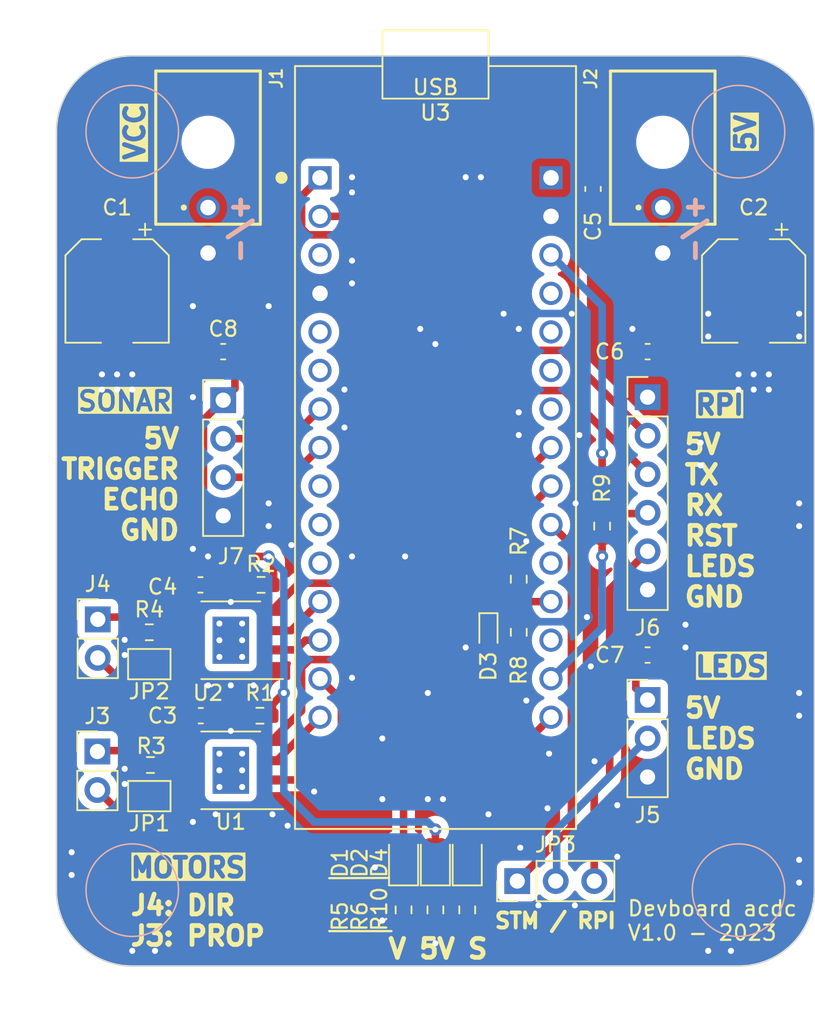
<source format=kicad_pcb>
(kicad_pcb (version 20221018) (generator pcbnew)
  (layers (0 "F.Cu" signal) (31 "B.Cu" signal) (34 "B.Paste" user) (35 "F.Paste" user) (36 "B.SilkS" user "B.Silkscreen") (37 "F.SilkS" user "F.Silkscreen") (38 "B.Mask" user) (39 "F.Mask" user) (44 "Edge.Cuts" user))
  (net 0 "")
  (net 1 "VCC")
  (net 2 "GND")
  (net 3 "+5V")
  (net 4 "/BATT")
  (net 5 "Net-(D2-K)")
  (net 6 "Net-(D4-K)")
  (net 7 "/STM_STATUS")
  (net 8 "/TX")
  (net 9 "/RX")
  (net 10 "/~{RST}")
  (net 11 "/LEDS_RPI")
  (net 12 "Net-(J4-Pin_1)")
  (net 13 "Net-(J4-Pin_2)")
  (net 14 "/LEDS")
  (net 15 "/TRIGGER")
  (net 16 "/ECHO")
  (net 17 "Net-(JP1-A)")
  (net 18 "Net-(JP2-A)")
  (net 19 "/LEDS_STM")
  (net 20 "/DIR_LIM")
  (net 21 "/PROP_LIM")
  (net 22 "/DIR_IN1")
  (net 23 "/DIR_IN2")
  (net 24 "/PROP_IN2")
  (net 25 "/PROP_IN1")
  (net 26 "+3.3V")
  (net 27 "Net-(D1-K)")
  (net 28 "Net-(J3-Pin_1)")
  (net 29 "Net-(J3-Pin_2)")
  (footprint "Capacitor_SMD:CP_Elec_6.3x7.7" (layer "F.Cu") (at 66 35.5 -90)
    (fp_text reference "C2" (at -5.5 0 -180) (layer "F.SilkS"))
    (fp_text value "100uF")
    (pad "1" smd roundrect (at -2.7 0 270) (size 3.5 1.6) (layers "F.Cu" "F.Paste" "F.Mask") (roundrect_rratio 0.15625) (net 3 "+5V"))
    (pad "2" smd roundrect (at 2.7 0 270) (size 3.5 1.6) (layers "F.Cu" "F.Paste" "F.Mask") (roundrect_rratio 0.15625) (net 2 "GND"))
  )
  (footprint "Resistor_SMD:R_0603_1608Metric" (layer "F.Cu") (at 26.125 58 180)
    (fp_text reference "R4" (at 0 1.5) (layer "F.SilkS"))
    (fp_text value "R")
    (pad "1" smd roundrect (at -0.825 0 180) (size 0.8 0.95) (layers "F.Cu" "F.Paste" "F.Mask") (net 18 "Net-(JP2-A)"))
    (pad "2" smd roundrect (at 0.825 0 180) (size 0.8 0.95) (layers "F.Cu" "F.Paste" "F.Mask") (net 2 "GND"))
  )
  (footprint "Capacitor_SMD:C_0603_1608Metric" (layer "F.Cu") (at 55.4 28.775 -90)
    (fp_text reference "C5" (at 2.475 0 90) (layer "F.SilkS"))
    (fp_text value "4.7uF")
    (pad "1" smd roundrect (at -0.775 0 270) (size 0.9 0.95) (layers "F.Cu" "F.Paste" "F.Mask") (net 3 "+5V"))
    (pad "2" smd roundrect (at 0.775 0 270) (size 0.9 0.95) (layers "F.Cu" "F.Paste" "F.Mask") (net 2 "GND"))
  )
  (footprint "Resistor_SMD:R_0603_1608Metric" (layer "F.Cu") (at 50.5 54.5 -90)
    (fp_text reference "R7" (at -2.5 0 90) (layer "F.SilkS"))
    (fp_text value "1k")
    (pad "1" smd roundrect (at -0.825 0 270) (size 0.8 0.95) (layers "F.Cu" "F.Paste" "F.Mask") (net 1 "VCC"))
    (pad "2" smd roundrect (at 0.825 0 270) (size 0.8 0.95) (layers "F.Cu" "F.Paste" "F.Mask") (net 4 "/BATT"))
  )
  (footprint "Connector_PinHeader_2.54mm:PinHeader_1x04_P2.54mm_Vertical" (layer "F.Cu") (at 31 42.7)
    (fp_text reference "J7" (at 0.5 10.3) (layer "F.SilkS"))
    (fp_text value "Sonar")
    (pad "1" thru_hole rect (at 0 0) (size 1.7 1.7) (drill 1) (layers "*.Cu" "*.Mask") (net 3 "+5V"))
    (pad "2" thru_hole oval (at 0 2.54) (size 1.7 1.7) (drill 1) (layers "*.Cu" "*.Mask") (net 15 "/TRIGGER"))
    (pad "3" thru_hole oval (at 0 5.08) (size 1.7 1.7) (drill 1) (layers "*.Cu" "*.Mask") (net 16 "/ECHO"))
    (pad "4" thru_hole oval (at 0 7.62) (size 1.7 1.7) (drill 1) (layers "*.Cu" "*.Mask") (net 2 "GND"))
  )
  (footprint "Resistor_SMD:R_0603_1608Metric" (layer "F.Cu") (at 33.425 63.5 180)
    (fp_text reference "R1" (at 0 1.5) (layer "F.SilkS"))
    (fp_text value "10k")
    (pad "1" smd roundrect (at -0.825 0 180) (size 0.8 0.95) (layers "F.Cu" "F.Paste" "F.Mask") (net 3 "+5V"))
    (pad "2" smd roundrect (at 0.825 0 180) (size 0.8 0.95) (layers "F.Cu" "F.Paste" "F.Mask") (net 21 "/PROP_LIM"))
  )
  (footprint "Resistor_SMD:R_0603_1608Metric" (layer "F.Cu") (at 47.1 76.3 -90)
    (fp_text reference "R10" (at 1.5 5.8 90) (layer "F.SilkS") (effects (justify left)))
    (fp_text value "510")
    (pad "1" smd roundrect (at -0.825 0 270) (size 0.8 0.95) (layers "F.Cu" "F.Paste" "F.Mask") (net 6 "Net-(D4-K)"))
    (pad "2" smd roundrect (at 0.825 0 270) (size 0.8 0.95) (layers "F.Cu" "F.Paste" "F.Mask") (net 2 "GND"))
  )
  (footprint "Resistor_SMD:R_0603_1608Metric" (layer "F.Cu") (at 45 76.3 -90)
    (fp_text reference "R6" (at 1.5 5 90) (layer "F.SilkS") (effects (justify left)))
    (fp_text value "1k")
    (pad "1" smd roundrect (at -0.825 0 270) (size 0.8 0.95) (layers "F.Cu" "F.Paste" "F.Mask") (net 5 "Net-(D2-K)"))
    (pad "2" smd roundrect (at 0.825 0 270) (size 0.8 0.95) (layers "F.Cu" "F.Paste" "F.Mask") (net 2 "GND"))
  )
  (footprint "Capacitor_SMD:C_0603_1608Metric" (layer "F.Cu") (at 31 39.5 180)
    (fp_text reference "C8" (at 0 1.5) (layer "F.SilkS"))
    (fp_text value "100nF")
    (pad "1" smd roundrect (at -0.775 0 180) (size 0.9 0.95) (layers "F.Cu" "F.Paste" "F.Mask") (net 3 "+5V"))
    (pad "2" smd roundrect (at 0.775 0 180) (size 0.9 0.95) (layers "F.Cu" "F.Paste" "F.Mask") (net 2 "GND"))
  )
  (footprint "Resistor_SMD:R_0603_1608Metric" (layer "F.Cu") (at 33.5 54.875 180)
    (fp_text reference "R2" (at 0 1.375) (layer "F.SilkS"))
    (fp_text value "10k")
    (pad "1" smd roundrect (at -0.825 0 180) (size 0.8 0.95) (layers "F.Cu" "F.Paste" "F.Mask") (net 3 "+5V"))
    (pad "2" smd roundrect (at 0.825 0 180) (size 0.8 0.95) (layers "F.Cu" "F.Paste" "F.Mask") (net 20 "/DIR_LIM"))
  )
  (footprint "Diode_SMD:D_SOD-523" (layer "F.Cu") (at 48.5 58 -90)
    (fp_text reference "D3" (at 2.25 0 90) (layer "F.SilkS"))
    (fp_text value "3.3V")
    (pad "1" smd roundrect (at -0.7 0 90) (size 0.6 0.7) (layers "F.Cu" "F.Paste" "F.Mask") (net 4 "/BATT"))
    (pad "2" smd roundrect (at 0.7 0 90) (size 0.6 0.7) (layers "F.Cu" "F.Paste" "F.Mask") (net 2 "GND"))
  )
  (footprint "Capacitor_SMD:C_0603_1608Metric" (layer "F.Cu") (at 29.525 63.5)
    (fp_text reference "C3" (at -2.525 0) (layer "F.SilkS"))
    (fp_text value "100nF")
    (pad "1" smd roundrect (at -0.775 0) (size 0.9 0.95) (layers "F.Cu" "F.Paste" "F.Mask") (net 1 "VCC"))
    (pad "2" smd roundrect (at 0.775 0) (size 0.9 0.95) (layers "F.Cu" "F.Paste" "F.Mask") (net 2 "GND"))
  )
  (footprint "Resistor_SMD:R_0603_1608Metric" (layer "F.Cu") (at 42.9 76.3 -90)
    (fp_text reference "R5" (at 1.5 4.2 90) (layer "F.SilkS") (effects (justify left)))
    (fp_text value "1k")
    (pad "1" smd roundrect (at -0.825 0 270) (size 0.8 0.95) (layers "F.Cu" "F.Paste" "F.Mask") (net 27 "Net-(D1-K)"))
    (pad "2" smd roundrect (at 0.825 0 270) (size 0.8 0.95) (layers "F.Cu" "F.Paste" "F.Mask") (net 2 "GND"))
  )
  (footprint "Connector_PinHeader_2.54mm:PinHeader_1x02_P2.54mm_Vertical" (layer "F.Cu") (at 22.7 65.86)
    (fp_text reference "J3" (at 0 -2.33) (layer "F.SilkS"))
    (fp_text value "Conn_01x02_Pin")
    (pad "1" thru_hole rect (at 0 0) (size 1.7 1.7) (drill 1) (layers "*.Cu" "*.Mask") (net 28 "Net-(J3-Pin_1)"))
    (pad "2" thru_hole oval (at 0 2.54) (size 1.7 1.7) (drill 1) (layers "*.Cu" "*.Mask") (net 29 "Net-(J3-Pin_2)"))
  )
  (footprint "Jumper:SolderJumper-2_P1.3mm_Open_TrianglePad1.0x1.5mm" (layer "F.Cu") (at 26.125 68.8 180)
    (fp_text reference "JP1" (at 0 -1.8) (layer "F.SilkS"))
    (fp_text value "Jumper_2_Open")
    (pad "1" smd custom (at -0.725 0 180) (size 0.3 0.3) (layers "F.Cu" "F.Mask") (net 17 "Net-(JP1-A)") (options (clearance outline) (anchor rect)) (primitives (gr_poly (pts (xy 1 0) (xy 0.5 0.75) (xy -0.5 0.75) (xy -0.5 -0.75) (xy 0.5 -0.75)) (width 0) (fill yes))))
    (pad "2" smd custom (at 0.725 0 180) (size 0.3 0.3) (layers "F.Cu" "F.Mask") (net 2 "GND") (options (clearance outline) (anchor rect)) (primitives (gr_poly (pts (xy 0.5 0.75) (xy -0.65 0.75) (xy -0.15 0) (xy -0.65 -0.75) (xy 0.5 -0.75)) (width 0) (fill yes))))
  )
  (footprint "Jumper:SolderJumper-2_P1.3mm_Open_TrianglePad1.0x1.5mm" (layer "F.Cu") (at 26.125 60.1 180)
    (fp_text reference "JP2" (at 0 -1.8) (layer "F.SilkS"))
    (fp_text value "Jumper_2_Open")
    (pad "1" smd custom (at -0.725 0 180) (size 0.3 0.3) (layers "F.Cu" "F.Mask") (net 18 "Net-(JP2-A)") (options (clearance outline) (anchor rect)) (primitives (gr_poly (pts (xy 1 0) (xy 0.5 0.75) (xy -0.5 0.75) (xy -0.5 -0.75) (xy 0.5 -0.75)) (width 0) (fill yes))))
    (pad "2" smd custom (at 0.725 0 180) (size 0.3 0.3) (layers "F.Cu" "F.Mask") (net 2 "GND") (options (clearance outline) (anchor rect)) (primitives (gr_poly (pts (xy 0.5 0.75) (xy -0.65 0.75) (xy -0.15 0) (xy -0.65 -0.75) (xy 0.5 -0.75)) (width 0) (fill yes))))
  )
  (footprint "LED_SMD:LED_0805_2012Metric" (layer "F.Cu") (at 42.9 73 90)
    (fp_text reference "D1" (at -0.2 -4.2 90) (layer "F.SilkS"))
    (fp_text value "RED")
    (pad "1" smd roundrect (at -0.9375 0 90) (size 0.975 1.4) (layers "F.Cu" "F.Paste" "F.Mask") (net 27 "Net-(D1-K)"))
    (pad "2" smd roundrect (at 0.9375 0 90) (size 0.975 1.4) (layers "F.Cu" "F.Paste" "F.Mask") (net 1 "VCC"))
  )
  (footprint "ConnectorsEvo:66200221022" (layer "F.Cu") (at 60 26.05 180)
    (fp_text reference "J2" (at 4.75 4.55 90) (layer "F.SilkS") (effects (font (size 0.8 0.8))))
    (fp_text value "5V")
    (pad "" np_thru_hole circle (at 0 0.35 180) (size 3 3) (drill 3) (layers "*.Cu" "*.Mask"))
    (pad "1" thru_hole circle (at 0 -3.95 180) (size 1.53 1.53) (drill 1.02) (layers "*.Cu" "*.Mask") (net 3 "+5V"))
    (pad "2" thru_hole circle (at 0 -6.95 180) (size 1.53 1.53) (drill 1.02) (layers "*.Cu" "*.Mask") (net 2 "GND"))
  )
  (footprint "ConnectorsEvo:66200221022" (layer "F.Cu") (at 30 26.05 180)
    (fp_text reference "J1" (at -4.5 4.575 90) (layer "F.SilkS") (effects (font (size 0.8 0.8))))
    (fp_text value "BATT")
    (pad "" np_thru_hole circle (at 0 0.35 180) (size 3 3) (drill 3) (layers "*.Cu" "*.Mask"))
    (pad "1" thru_hole circle (at 0 -3.95 180) (size 1.53 1.53) (drill 1.02) (layers "*.Cu" "*.Mask") (net 1 "VCC"))
    (pad "2" thru_hole circle (at 0 -6.95 180) (size 1.53 1.53) (drill 1.02) (layers "*.Cu" "*.Mask") (net 2 "GND"))
  )
  (footprint "Connector_PinHeader_2.54mm:PinHeader_1x02_P2.54mm_Vertical" (layer "F.Cu") (at 22.725 57.15)
    (fp_text reference "J4" (at 0 -2.33) (layer "F.SilkS"))
    (fp_text value "Conn_01x02_Pin")
    (pad "1" thru_hole rect (at 0 0) (size 1.7 1.7) (drill 1) (layers "*.Cu" "*.Mask") (net 12 "Net-(J4-Pin_1)"))
    (pad "2" thru_hole oval (at 0 2.54) (size 1.7 1.7) (drill 1) (layers "*.Cu" "*.Mask") (net 13 "Net-(J4-Pin_2)"))
  )
  (footprint "LED_SMD:LED_0805_2012Metric" (layer "F.Cu") (at 47.1 73 90)
    (fp_text reference "D4" (at -0.2 -5.8 90) (layer "F.SilkS"))
    (fp_text value "GREEN")
    (pad "1" smd roundrect (at -0.9375 0 90) (size 0.975 1.4) (layers "F.Cu" "F.Paste" "F.Mask") (net 6 "Net-(D4-K)"))
    (pad "2" smd roundrect (at 0.9375 0 90) (size 0.975 1.4) (layers "F.Cu" "F.Paste" "F.Mask") (net 7 "/STM_STATUS"))
  )
  (footprint "Capacitor_SMD:C_0603_1608Metric" (layer "F.Cu") (at 59 39.5 180)
    (fp_text reference "C6" (at 2.5 0) (layer "F.SilkS"))
    (fp_text value "4.7uF")
    (pad "1" smd roundrect (at -0.775 0 180) (size 0.9 0.95) (layers "F.Cu" "F.Paste" "F.Mask") (net 3 "+5V"))
    (pad "2" smd roundrect (at 0.775 0 180) (size 0.9 0.95) (layers "F.Cu" "F.Paste" "F.Mask") (net 2 "GND"))
  )
  (footprint "Connector_PinHeader_2.54mm:PinHeader_1x03_P2.54mm_Vertical" (layer "F.Cu") (at 59 62.46)
    (fp_text reference "J5" (at 0 7.59) (layer "F.SilkS"))
    (fp_text value "LEDs")
    (pad "1" thru_hole rect (at 0 0) (size 1.7 1.7) (drill 1) (layers "*.Cu" "*.Mask") (net 3 "+5V"))
    (pad "2" thru_hole oval (at 0 2.54) (size 1.7 1.7) (drill 1) (layers "*.Cu" "*.Mask") (net 14 "/LEDS"))
    (pad "3" thru_hole oval (at 0 5.08) (size 1.7 1.7) (drill 1) (layers "*.Cu" "*.Mask") (net 2 "GND"))
  )
  (footprint "Capacitor_SMD:CP_Elec_6.3x7.7" (layer "F.Cu") (at 24 35.5 -90)
    (fp_text reference "C1" (at -5.5 0 -180) (layer "F.SilkS"))
    (fp_text value "100uF")
    (pad "1" smd roundrect (at -2.7 0 270) (size 3.5 1.6) (layers "F.Cu" "F.Paste" "F.Mask") (roundrect_rratio 0.15625) (net 1 "VCC"))
    (pad "2" smd roundrect (at 2.7 0 270) (size 3.5 1.6) (layers "F.Cu" "F.Paste" "F.Mask") (roundrect_rratio 0.15625) (net 2 "GND"))
  )
  (footprint "ComponentsEvo:HSOP-8-1EP_3.9x4.9mm_P1.27mm_EP2.41x3.1mm_ThermalVias" (layer "F.Cu") (at 31.5 67.1 180)
    (fp_text reference "U1" (at 0 -3.4) (layer "F.SilkS"))
    (fp_text value "TB67H451FNG")
    (pad "1" smd roundrect (at -2.65 -1.905 180) (size 1.6 0.6) (layers "F.Cu" "F.Paste" "F.Mask") (net 2 "GND"))
    (pad "2" smd roundrect (at -2.65 -0.635 180) (size 1.6 0.6) (layers "F.Cu" "F.Paste" "F.Mask") (net 24 "/PROP_IN2"))
    (pad "3" smd roundrect (at -2.65 0.635 180) (size 1.6 0.6) (layers "F.Cu" "F.Paste" "F.Mask") (net 25 "/PROP_IN1"))
    (pad "4" smd roundrect (at -2.65 1.905 180) (size 1.6 0.6) (layers "F.Cu" "F.Paste" "F.Mask") (net 21 "/PROP_LIM"))
    (pad "5" smd roundrect (at 2.65 1.905 180) (size 1.6 0.6) (layers "F.Cu" "F.Paste" "F.Mask") (net 1 "VCC"))
    (pad "6" smd roundrect (at 2.65 0.635 180) (size 1.6 0.6) (layers "F.Cu" "F.Paste" "F.Mask") (net 28 "Net-(J3-Pin_1)"))
    (pad "7" smd roundrect (at 2.65 -0.635 180) (size 1.6 0.6) (layers "F.Cu" "F.Paste" "F.Mask") (net 17 "Net-(JP1-A)"))
    (pad "8" smd roundrect (at 2.65 -1.905 180) (size 1.6 0.6) (layers "F.Cu" "F.Paste" "F.Mask") (net 29 "Net-(J3-Pin_2)"))
    (pad "9" thru_hole circle (at -0.75 -1.1 180) (size 0.8 0.8) (drill 0.4) (layers "*.Cu"))
    (pad "9" thru_hole circle (at -0.75 0 180) (size 0.8 0.8) (drill 0.4) (layers "*.Cu"))
    (pad "9" thru_hole circle (at -0.75 1.1 180) (size 0.8 0.8) (drill 0.4) (layers "*.Cu"))
    (pad "9" smd rect (at 0 0 180) (size 2.41 3.1) (layers "F.Cu" "F.Mask"))
    (pad "9" smd rect (at 0 0 180) (size 2.41 3.1) (layers "B.Cu"))
    (pad "9" thru_hole circle (at 0.75 -1.1 180) (size 0.8 0.8) (drill 0.4) (layers "*.Cu"))
    (pad "9" thru_hole circle (at 0.75 0 180) (size 0.8 0.8) (drill 0.4) (layers "*.Cu"))
    (pad "9" thru_hole circle (at 0.75 1.1 180) (size 0.8 0.8) (drill 0.4) (layers "*.Cu"))
  )
  (footprint "Resistor_SMD:R_0603_1608Metric" (layer "F.Cu") (at 56 51 90)
    (fp_text reference "R9" (at 2.5 0 90) (layer "F.SilkS"))
    (fp_text value "10k")
    (pad "1" smd roundrect (at -0.825 0 90) (size 0.8 0.95) (layers "F.Cu" "F.Paste" "F.Mask") (net 26 "+3.3V"))
    (pad "2" smd roundrect (at 0.825 0 90) (size 0.8 0.95) (layers "F.Cu" "F.Paste" "F.Mask") (net 10 "/~{RST}"))
  )
  (footprint "Connector_PinHeader_2.54mm:PinHeader_1x06_P2.54mm_Vertical" (layer "F.Cu") (at 59 42.5)
    (fp_text reference "J6" (at 0 15.2) (layer "F.SilkS"))
    (fp_text value "RPI")
    (pad "1" thru_hole rect (at 0 0) (size 1.7 1.7) (drill 1) (layers "*.Cu" "*.Mask") (net 3 "+5V"))
    (pad "2" thru_hole oval (at 0 2.54) (size 1.7 1.7) (drill 1) (layers "*.Cu" "*.Mask") (net 9 "/RX"))
    (pad "3" thru_hole oval (at 0 5.08) (size 1.7 1.7) (drill 1) (layers "*.Cu" "*.Mask") (net 8 "/TX"))
    (pad "4" thru_hole oval (at 0 7.62) (size 1.7 1.7) (drill 1) (layers "*.Cu" "*.Mask") (net 10 "/~{RST}"))
    (pad "5" thru_hole oval (at 0 10.16) (size 1.7 1.7) (drill 1) (layers "*.Cu" "*.Mask") (net 11 "/LEDS_RPI"))
    (pad "6" thru_hole oval (at 0 12.7) (size 1.7 1.7) (drill 1) (layers "*.Cu" "*.Mask") (net 2 "GND"))
  )
  (footprint "LED_SMD:LED_0805_2012Metric" (layer "F.Cu") (at 45 73 90)
    (fp_text reference "D2" (at -0.2 -5 90) (layer "F.SilkS"))
    (fp_text value "RED")
    (pad "1" smd roundrect (at -0.9375 0 90) (size 0.975 1.4) (layers "F.Cu" "F.Paste" "F.Mask") (net 5 "Net-(D2-K)"))
    (pad "2" smd roundrect (at 0.9375 0 90) (size 0.975 1.4) (layers "F.Cu" "F.Paste" "F.Mask") (net 3 "+5V"))
  )
  (footprint "ComponentsEvo:logo-evo-min-cu" (layer "F.Cu") (at 63.6 71.6)
    (fp_text reference "G***" hide)
    (fp_text value "LOGO" hide)
  )
  (footprint "ComponentsEvo:HSOP-8-1EP_3.9x4.9mm_P1.27mm_EP2.41x3.1mm_ThermalVias" (layer "F.Cu") (at 31.5 58.525 180)
    (fp_text reference "U2" (at 1.5 -3.475) (layer "F.SilkS"))
    (fp_text value "TB67H451FNG")
    (pad "1" smd roundrect (at -2.65 -1.905 180) (size 1.6 0.6) (layers "F.Cu" "F.Paste" "F.Mask") (net 2 "GND"))
    (pad "2" smd roundrect (at -2.65 -0.635 180) (size 1.6 0.6) (layers "F.Cu" "F.Paste" "F.Mask") (net 23 "/DIR_IN2"))
    (pad "3" smd roundrect (at -2.65 0.635 180) (size 1.6 0.6) (layers "F.Cu" "F.Paste" "F.Mask") (net 22 "/DIR_IN1"))
    (pad "4" smd roundrect (at -2.65 1.905 180) (size 1.6 0.6) (layers "F.Cu" "F.Paste" "F.Mask") (net 20 "/DIR_LIM"))
    (pad "5" smd roundrect (at 2.65 1.905 180) (size 1.6 0.6) (layers "F.Cu" "F.Paste" "F.Mask") (net 1 "VCC"))
    (pad "6" smd roundrect (at 2.65 0.635 180) (size 1.6 0.6) (layers "F.Cu" "F.Paste" "F.Mask") (net 12 "Net-(J4-Pin_1)"))
    (pad "7" smd roundrect (at 2.65 -0.635 180) (size 1.6 0.6) (layers "F.Cu" "F.Paste" "F.Mask") (net 18 "Net-(JP2-A)"))
    (pad "8" smd roundrect (at 2.65 -1.905 180) (size 1.6 0.6) (layers "F.Cu" "F.Paste" "F.Mask") (net 13 "Net-(J4-Pin_2)"))
    (pad "9" thru_hole circle (at -0.75 -1.1 180) (size 0.8 0.8) (drill 0.4) (layers "*.Cu"))
    (pad "9" thru_hole circle (at -0.75 0 180) (size 0.8 0.8) (drill 0.4) (layers "*.Cu"))
    (pad "9" thru_hole circle (at -0.75 1.1 180) (size 0.8 0.8) (drill 0.4) (layers "*.Cu"))
    (pad "9" smd rect (at 0 0 180) (size 2.41 3.1) (layers "F.Cu" "F.Mask"))
    (pad "9" smd rect (at 0 0 180) (size 2.41 3.1) (layers "B.Cu"))
    (pad "9" thru_hole circle (at 0.75 -1.1 180) (size 0.8 0.8) (drill 0.4) (layers "*.Cu"))
    (pad "9" thru_hole circle (at 0.75 0 180) (size 0.8 0.8) (drill 0.4) (layers "*.Cu"))
    (pad "9" thru_hole circle (at 0.75 1.1 180) (size 0.8 0.8) (drill 0.4) (layers "*.Cu"))
  )
  (footprint "Resistor_SMD:R_0603_1608Metric" (layer "F.Cu") (at 26.2 66.75 180)
    (fp_text reference "R3" (at -0.05 1.25) (layer "F.SilkS"))
    (fp_text value "R")
    (pad "1" smd roundrect (at -0.825 0 180) (size 0.8 0.95) (layers "F.Cu" "F.Paste" "F.Mask") (net 17 "Net-(JP1-A)"))
    (pad "2" smd roundrect (at 0.825 0 180) (size 0.8 0.95) (layers "F.Cu" "F.Paste" "F.Mask") (net 2 "GND"))
  )
  (footprint "Resistor_SMD:R_0603_1608Metric" (layer "F.Cu") (at 50.5 58 -90)
    (fp_text reference "R8" (at 2.5 0 90) (layer "F.SilkS"))
    (fp_text value "510")
    (pad "1" smd roundrect (at -0.825 0 270) (size 0.8 0.95) (layers "F.Cu" "F.Paste" "F.Mask") (net 4 "/BATT"))
    (pad "2" smd roundrect (at 0.825 0 270) (size 0.8 0.95) (layers "F.Cu" "F.Paste" "F.Mask") (net 2 "GND"))
  )
  (footprint "ComponentsEvo:MODULE_NUCLEO-F303K8" (layer "F.Cu") (at 45.0075 45.82)
    (fp_text reference "U3" (at -0.0075 -22.07) (layer "F.SilkS"))
    (fp_text value "NUCLEO-F303K8")
    (fp_text user "USB" (at 0 -23.75) (layer "F.SilkS"))
    (pad "1.1" thru_hole rect (at -7.62 -17.78) (size 1.53 1.53) (drill 1.02) (layers "*.Cu" "*.Mask") (net 8 "/TX"))
    (pad "1.2" thru_hole circle (at -7.62 -15.24) (size 1.53 1.53) (drill 1.02) (layers "*.Cu" "*.Mask") (net 9 "/RX"))
    (pad "1.3" thru_hole circle (at -7.62 -12.7) (size 1.53 1.53) (drill 1.02) (layers "*.Cu" "*.Mask"))
    (pad "1.4" thru_hole circle (at -7.62 -10.16) (size 1.53 1.53) (drill 1.02) (layers "*.Cu" "*.Mask") (net 2 "GND"))
    (pad "1.5" thru_hole circle (at -7.62 -7.62) (size 1.53 1.53) (drill 1.02) (layers "*.Cu" "*.Mask"))
    (pad "1.6" thru_hole circle (at -7.62 -5.08) (size 1.53 1.53) (drill 1.02) (layers "*.Cu" "*.Mask"))
    (pad "1.7" thru_hole circle (at -7.62 -2.54) (size 1.53 1.53) (drill 1.02) (layers "*.Cu" "*.Mask") (net 15 "/TRIGGER"))
    (pad "1.8" thru_hole circle (at -7.62 0) (size 1.53 1.53) (drill 1.02) (layers "*.Cu" "*.Mask") (net 16 "/ECHO"))
    (pad "1.9" thru_hole circle (at -7.62 2.54) (size 1.53 1.53) (drill 1.02) (layers "*.Cu" "*.Mask"))
    (pad "1.10" thru_hole circle (at -7.62 5.08) (size 1.53 1.53) (drill 1.02) (layers "*.Cu" "*.Mask"))
    (pad "1.11" thru_hole circle (at -7.62 7.62) (size 1.53 1.53) (drill 1.02) (layers "*.Cu" "*.Mask"))
    (pad "1.12" thru_hole circle (at -7.62 10.16) (size 1.53 1.53) (drill 1.02) (layers "*.Cu" "*.Mask") (net 22 "/DIR_IN1"))
    (pad "1.13" thru_hole circle (at -7.62 12.7) (size 1.53 1.53) (drill 1.02) (layers "*.Cu" "*.Mask") (net 23 "/DIR_IN2"))
    (pad "1.14" thru_hole circle (at -7.62 15.24) (size 1.53 1.53) (drill 1.02) (layers "*.Cu" "*.Mask") (net 24 "/PROP_IN2"))
    (pad "1.15" thru_hole circle (at -7.62 17.78) (size 1.53 1.53) (drill 1.02) (layers "*.Cu" "*.Mask") (net 25 "/PROP_IN1"))
    (pad "2.1" thru_hole rect (at 7.62 -17.78) (size 1.53 1.53) (drill 1.02) (layers "*.Cu" "*.Mask") (net 3 "+5V"))
    (pad "2.2" thru_hole circle (at 7.62 -15.24) (size 1.53 1.53) (drill 1.02) (layers "*.Cu" "*.Mask") (net 2 "GND"))
    (pad "2.3" thru_hole circle (at 7.62 -12.7) (size 1.53 1.53) (drill 1.02) (layers "*.Cu" "*.Mask") (net 10 "/~{RST}"))
    (pad "2.4" thru_hole circle (at 7.62 -10.16) (size 1.53 1.53) (drill 1.02) (layers "*.Cu" "*.Mask"))
    (pad "2.5" thru_hole circle (at 7.62 -7.62) (size 1.53 1.53) (drill 1.02) (layers "*.Cu" "*.Mask"))
    (pad "2.6" thru_hole circle (at 7.62 -5.08) (size 1.53 1.53) (drill 1.02) (layers "*.Cu" "*.Mask"))
    (pad "2.7" thru_hole circle (at 7.62 -2.54) (size 1.53 1.53) (drill 1.02) (layers "*.Cu" "*.Mask"))
    (pad "2.8" thru_hole circle (at 7.62 0) (size 1.53 1.53) (drill 1.02) (layers "*.Cu" "*.Mask") (net 20 "/DIR_LIM"))
    (pad "2.9" thru_hole circle (at 7.62 2.54) (size 1.53 1.53) (drill 1.02) (layers "*.Cu" "*.Mask") (net 21 "/PROP_LIM"))
    (pad "2.10" thru_hole circle (at 7.62 5.08) (size 1.53 1.53) (drill 1.02) (layers "*.Cu" "*.Mask") (net 19 "/LEDS_STM"))
    (pad "2.11" thru_hole circle (at 7.62 7.62) (size 1.53 1.53) (drill 1.02) (layers "*.Cu" "*.Mask"))
    (pad "2.12" thru_hole circle (at 7.62 10.16) (size 1.53 1.53) (drill 1.02) (layers "*.Cu" "*.Mask") (net 4 "/BATT"))
    (pad "2.13" thru_hole circle (at 7.62 12.7) (size 1.53 1.53) (drill 1.02) (layers "*.Cu" "*.Mask"))
    (pad "2.14" thru_hole circle (at 7.62 15.24) (size 1.53 1.53) (drill 1.02) (layers "*.Cu" "*.Mask") (net 26 "+3.3V"))
    (pad "2.15" thru_hole circle (at 7.62 17.78) (size 1.53 1.53) (drill 1.02) (layers "*.Cu" "*.Mask") (net 7 "/STM_STATUS"))
  )
  (footprint "Capacitor_SMD:C_0603_1608Metric" (layer "F.Cu") (at 59 59.5)
    (fp_text reference "C7" (at -2.5 0) (layer "F.SilkS"))
    (fp_text value "100nF")
    (pad "1" smd roundrect (at -0.775 0) (size 0.9 0.95) (layers "F.Cu" "F.Paste" "F.Mask") (net 3 "+5V"))
    (pad "2" smd roundrect (at 0.775 0) (size 0.9 0.95) (layers "F.Cu" "F.Paste" "F.Mask") (net 2 "GND"))
  )
  (footprint "Connector_PinHeader_2.54mm:PinHeader_1x03_P2.54mm_Vertical" (layer "F.Cu") (at 50.4 74.4 90)
    (fp_text reference "JP3" (at 2.4 2.525 180) (layer "F.SilkS"))
    (fp_text value "Jumper_3_Bridged12")
    (pad "1" thru_hole rect (at 0 0 90) (size 1.7 1.7) (drill 1) (layers "*.Cu" "*.Mask") (net 19 "/LEDS_STM"))
    (pad "2" thru_hole oval (at 0 2.54 90) (size 1.7 1.7) (drill 1) (layers "*.Cu" "*.Mask") (net 14 "/LEDS"))
    (pad "3" thru_hole oval (at 0 5.08 90) (size 1.7 1.7) (drill 1) (layers "*.Cu" "*.Mask") (net 11 "/LEDS_RPI"))
  )
  (footprint "Capacitor_SMD:C_0603_1608Metric" (layer "F.Cu") (at 29.5 54.875)
    (fp_text reference "C4" (at -2.5 0.125) (layer "F.SilkS"))
    (fp_text value "100nF")
    (pad "1" smd roundrect (at -0.775 0) (size 0.9 0.95) (layers "F.Cu" "F.Paste" "F.Mask") (net 1 "VCC"))
    (pad "2" smd roundrect (at 0.775 0) (size 0.9 0.95) (layers "F.Cu" "F.Paste" "F.Mask") (net 2 "GND"))
  )
  (footprint "ComponentsEvo:Silicon Pad 6x2mm" (layer "B.Cu") (at 65 75 180)
    (fp_text reference "P4" hide)
    (fp_text value "SiliconPad")
  )
  (footprint "ComponentsEvo:Silicon Pad 6x2mm" (layer "B.Cu") (at 25 75 180)
    (fp_text reference "P2" hide)
    (fp_text value "SiliconPad")
  )
  (footprint "ComponentsEvo:Silicon Pad 6x2mm" (layer "B.Cu") (at 25 25 180)
    (fp_text reference "P1" hide)
    (fp_text value "SiliconPad")
  )
  (footprint "ComponentsEvo:Silicon Pad 6x2mm" (layer "B.Cu") (at 65 25 180)
    (fp_text reference "P3" hide)
    (fp_text value "SiliconPad")
  )
  (gr_line (start 38 77.7) (end 42.1 77.7) (stroke (width 0.15)) (layer "F.SilkS"))
  (gr_line (start 41.94 74.1925) (end 38 74.2075) (stroke (width 0.15)) (layer "F.SilkS"))
  (gr_arc (start 20 25) (mid 21.464466 21.464466) (end 25 20) (stroke (width 0.1)) (layer "Edge.Cuts"))
  (gr_line (start 70 75) (end 70 25) (stroke (width 0.1)) (layer "Edge.Cuts"))
  (gr_arc (start 70 75) (mid 68.535534 78.535534) (end 65 80) (stroke (width 0.1)) (layer "Edge.Cuts"))
  (gr_arc (start 65 20) (mid 68.535534 21.464466) (end 70 25) (stroke (width 0.1)) (layer "Edge.Cuts"))
  (gr_line (start 20 25) (end 20 75) (stroke (width 0.1)) (layer "Edge.Cuts"))
  (gr_arc (start 25 80) (mid 21.464466 78.535534) (end 20 75) (stroke (width 0.1)) (layer "Edge.Cuts"))
  (gr_line (start 25 80) (end 65 80) (stroke (width 0.1)) (layer "Edge.Cuts"))
  (gr_line (start 65 20) (end 25 20) (stroke (width 0.1)) (layer "Edge.Cuts"))
  (gr_text "+/-" (at 32.8 29 90) (layer "B.SilkS") (effects (font (size 1.25 1.25) (thickness 0.3125) bold) (justify left bottom mirror)))
  (gr_text "+/-" (at 62.8 29 90) (layer "B.SilkS") (effects (font (size 1.25 1.25) (thickness 0.3125) bold) (justify left bottom mirror)))
  (gr_text "STM / RPI" (at 48.8 77.6) (layer "F.SilkS") (effects (font (size 1 1) (thickness 0.25) bold) (justify left bottom)))
  (gr_text "5V" (at 66.2 26.4 90) (layer "F.SilkS" knockout) (effects (font (size 1.25 1.25) (thickness 0.3125) bold) (justify left bottom)))
  (gr_text "Devboard acdc\nV1.0 - 2023" (at 57.6 78.4) (layer "F.SilkS") (effects (font (size 1 1)) (justify left bottom)))
  (gr_text "J4: DIR\nJ3: PROP" (at 24.75 78.75) (layer "F.SilkS") (effects (font (size 1.25 1.25) (thickness 0.3125) bold) (justify left bottom)))
  (gr_text "LEDS" (at 62 61) (layer "F.SilkS" knockout) (effects (font (size 1.25 1.25) (thickness 0.3125) bold) (justify left bottom)))
  (gr_text "SONAR" (at 27.75 43.5) (layer "F.SilkS" knockout) (effects (font (size 1.25 1.25) (thickness 0.25) bold) (justify right bottom)))
  (gr_text "V 5V S" (at 41.75 79.6) (layer "F.SilkS") (effects (font (size 1.25 1.25) (thickness 0.3125) bold) (justify left bottom)))
  (gr_text "5V\nLEDS\nGND" (at 61.3 67.75) (layer "F.SilkS") (effects (font (size 1.25 1.25) (thickness 0.3125) bold) (justify left bottom)))
  (gr_text "MOTORS" (at 24.75 74.25) (layer "F.SilkS" knockout) (effects (font (size 1.25 1.25) (thickness 0.3125) bold) (justify left bottom)))
  (gr_text "RPI" (at 62 43.75) (layer "F.SilkS" knockout) (effects (font (size 1.25 1.25) (thickness 0.3125) bold) (justify left bottom)))
  (gr_text "\n5V\nTX\nRX\nRST\nLEDS\nGND" (at 61.3 56.4) (layer "F.SilkS") (effects (font (size 1.25 1.25) (thickness 0.3125) bold) (justify left bottom)))
  (gr_text "5V\nTRIGGER\nECHO\nGND" (at 28.25 52) (layer "F.SilkS") (effects (font (size 1.25 1.25) (thickness 0.3125) bold) (justify right bottom)))
  (gr_text "VCC" (at 25.9 27 90) (layer "F.SilkS" knockout) (effects (font (size 1.25 1.25) (thickness 0.3125) bold) (justify left bottom)))
  (segment (start 21 70.2) (end 21 64.6) (width 0.5) (layer "F.Cu") (net 1))
  (segment (start 42.9 61.275) (end 42.9 72.0625) (width 0.5) (layer "F.Cu") (net 1))
  (segment (start 22.8625 72.0625) (end 21 70.2) (width 0.5) (layer "F.Cu") (net 1))
  (segment (start 50.5 53.675) (end 42.9 61.275) (width 0.5) (layer "F.Cu") (net 1))
  (segment (start 42.9 72.0625) (end 22.8625 72.0625) (width 0.5) (layer "F.Cu") (net 1))
  (segment (start 21 64.6) (end 22.1 63.5) (width 0.5) (layer "F.Cu") (net 1))
  (segment (start 22.1 63.5) (end 28.75 63.5) (width 0.5) (layer "F.Cu") (net 1))
  (segment (start 58 38) (end 58 39.275) (width 0.5) (layer "F.Cu") (net 2))
  (segment (start 58 39.275) (end 58.225 39.5) (width 0.5) (layer "F.Cu") (net 2))
  (via (at 39.5 35) (size 0.8) (drill 0.4) (layers "F.Cu" "B.Cu") (net 2))
  (via (at 64.5 79) (size 0.8) (drill 0.4) (layers "F.Cu" "B.Cu") (net 2))
  (via (at 54.25 49.5) (size 0.8) (drill 0.4) (layers "F.Cu" "B.Cu") (net 2))
  (via (at 31.5 56) (size 0.8) (drill 0.4) (layers "F.Cu" "B.Cu") (net 2))
  (via (at 50.6 72.2) (size 0.8) (drill 0.4) (layers "F.Cu" "B.Cu") (net 2))
  (via (at 66 41) (size 0.8) (drill 0.4) (layers "F.Cu" "B.Cu") (net 2))
  (via (at 47 59) (size 0.8) (drill 0.4) (layers "F.Cu" "B.Cu") (net 2))
  (via (at 29 52.5) (size 0.8) (drill 0.4) (layers "F.Cu" "B.Cu") (net 2))
  (via (at 24.5 58.5) (size 0.8) (drill 0.4) (layers "F.Cu" "B.Cu") (net 2))
  (via (at 39.5 53) (size 0.8) (drill 0.4) (layers "F.Cu" "B.Cu") (net 2))
  (via (at 29 42.5) (size 0.8) (drill 0.4) (layers "F.Cu" "B.Cu") (net 2))
  (via (at 39.5 33.5) (size 0.8) (drill 0.4) (layers "F.Cu" "B.Cu") (net 2))
  (via (at 51 62.5) (size 0.8) (drill 0.4) (layers "F.Cu" "B.Cu") (net 2))
  (via (at 34 51) (size 0.8) (drill 0.4) (layers "F.Cu" "B.Cu") (net 2))
  (via (at 23 42) (size 0.8) (drill 0.4) (layers "F.Cu" "B.Cu") (net 2))
  (via (at 24.5 68) (size 0.8) (drill 0.4) (layers "F.Cu" "B.Cu") (net 2))
  (via (at 34.25 70) (size 0.8) (drill 0.4) (layers "F.Cu" "B.Cu") (net 2))
  (via (at 50.5 45) (size 0.8) (drill 0.4) (layers "F.Cu" "B.Cu") (net 2))
  (via (at 69 51) (size 0.8) (drill 0.4) (layers "F.Cu" "B.Cu") (net 2))
  (via (at 24.5 67) (size 0.8) (drill 0.4) (layers "F.Cu" "B.Cu") (net 2))
  (via (at 48 28) (size 0.8) (drill 0.4) (layers "F.Cu" "B.Cu") (net 2))
  (via (at 30 61.5) (size 0.8) (drill 0.4) (layers "F.Cu" "B.Cu") (net 2))
  (via (at 34 49.5) (size 0.8) (drill 0.4) (layers "F.Cu" "B.Cu") (net 2))
  (via (at 61.5 57.5) (size 0.8) (drill 0.4) (layers "F.Cu" "B.Cu") (net 2))
  (via (at 35.5 52.25) (size 0.8) (drill 0.4) (layers "F.Cu" "B.Cu") (net 2))
  (via (at 55 57) (size 0.8) (drill 0.4) (layers "F.Cu" "B.Cu") (net 2))
  (via (at 44.5 62) (size 0.8) (drill 0.4) (layers "F.Cu" "B.Cu") (net 2))
  (via (at 44 38) (size 0.8) (drill 0.4) (layers "F.Cu" "B.Cu") (net 2))
  (via (at 44.5 69) (size 0.8) (drill 0.4) (layers "F.Cu" "B.Cu") (net 2))
  (via (at 50.5 43.5) (size 0.8) (drill 0.4) (layers "F.Cu" "B.Cu") (net 2))
  (via (at 39.5 28) (size 0.8) (drill 0.4) (layers "F.Cu" "B.Cu") (net 2))
  (via (at 54.2 76) (size 0.8) (drill 0.4) (layers "F.Cu" "B.Cu") (net 2))
  (via (at 62.5 47) (size 0.8) (drill 0.4) (layers "F.Cu" "B.Cu") (net 2))
  (via (at 24 41) (size 0.8) (drill 0.4) (layers "F.Cu" "B.Cu") (net 2))
  (via (at 25 79) (size 0.8) (drill 0.4) (layers "F.Cu" "B.Cu") (net 2))
  (via (at 30.5 70) (size 0.8) (drill 0.4) (layers "F.Cu" "B.Cu") (net 2))
  (via (at 51.8 76) (size 0.8) (drill 0.4) (layers "F.Cu" "B.Cu") (net 2))
  (via (at 24 42) (size 0.8) (drill 0.4) (layers "F.Cu" "B.Cu") (net 2))
  (via (at 29 70.5) (size 0.8) (drill 0.4) (layers "F.Cu" "B.Cu") (net 2))
  (via (at 26.5 79) (size 0.8) (drill 0.4) (layers "F.Cu" "B.Cu") (net 2))
  (via (at 63 37) (size 0.8) (drill 0.4) (layers "F.Cu" "B.Cu") (net 2))
  (via (at 25 42) (size 0.8) (drill 0.4) (layers "F.Cu" "B.Cu") (net 2))
  (via (at 66 42) (size 0.8) (drill 0.4) (layers "F.Cu" "B.Cu") (net 2))
  (via (at 29 36.5) (size 0.8) (drill 0.4) (layers "F.Cu" "B.Cu") (net 2))
  (via (at 51 52) (size 0.8) (drill 0.4) (layers "F.Cu" "B.Cu") (net 2))
  (via (at 31.5 64.5) (size 0.8) (drill 0.4) (layers "F.Cu" "B.Cu") (net 2))
  (via (at 69 63.5) (size 0.8) (drill 0.4) (layers "F.Cu" "B.Cu") (net 2))
  (via (at 52.4 69.6) (size 0.8) (drill 0.4) (layers "F.Cu" "B.Cu") (net 2))
  (via (at 69 74.5) (size 0.8) (drill 0.4) (layers "F.Cu" "B.Cu") (net 2))
  (via (at 33 61.5) (size 0.8) (drill 0.4) (layers "F.Cu" "B.Cu") (net 2))
  (via (at 45 78.5) (size 0.8) (drill 0.4) (layers "F.Cu" "B.Cu") (net 2))
  (via (at 50.5 38) (size 0.8) (drill 0.4) (layers "F.Cu" "B.Cu") (net 2))
  (via (at 37 68.5) (size 0.8) (drill 0.4) (layers "F.Cu" "B.Cu") (net 2))
  (via (at 41.5 69) (size 0.8) (drill 0.4) (layers "F.Cu" "B.Cu") (net 2))
  (via (at 21 74) (size 0.8) (drill 0.4) (layers "F.Cu" "B.Cu") (net 2))
  (via (at 69 73) (size 0.8) (drill 0.4) (layers "F.Cu" "B.Cu") (net 2))
  (via (at 49.5 37) (size 0.8) (drill 0.4) (layers "F.Cu" "B.Cu") (net 2))
  (via (at 41.5 77) (size 0.8) (drill 0.4) (layers "F.Cu" "B.Cu") (net 2))
  (via (at 43 53) (size 0.8) (drill 0.4) (layers "F.Cu" "B.Cu") (net 2))
  (via (at 67 41) (size 0.8) (drill 0.4) (layers "F.Cu" "B.Cu") (net 2))
  (via (at 65 41) (size 0.8) (drill 0.4) (layers "F.Cu" "B.Cu") (net 2))
  (via (at 69 49.5) (size 0.8) (drill 0.4) (layers "F.Cu" "B.Cu") (net 2))
  (via (at 35.25 70.75) (size 0.8) (drill 0.4) (layers "F.Cu" "B.Cu") (net 2))
  (via (at 69 38.5) (size 0.8) (drill 0.4) (layers "F.Cu" "B.Cu") (net 2))
  (via (at 47 28) (size 0.8) (drill 0.4) (layers "F.Cu" "B.Cu") (net 2))
  (via (at 63 38.5) (size 0.8) (drill 0.4) (layers "F.Cu" "B.Cu") (net 2))
  (via (at 23 41) (size 0.8) (drill 0.4) (layers "F.Cu" "B.Cu") (net 2))
  (via (at 31.5 61.5) (size 0.8) (drill 0.4) (layers "F.Cu" "B.Cu") (net 2))
  (via (at 55.25 60.25) (size 0.8) (drill 0.4) (layers "F.Cu" "B.Cu") (net 2))
  (via (at 41 73.5) (size 0.8) (drill 0.4) (layers "F.Cu" "B.Cu") (net 2))
  (via (at 52.5 66) (size 0.8) (drill 0.4) (layers "F.Cu" "B.Cu") (net 2))
  (via (at 45.5 69) (size 0.8) (drill 0.4) (layers "F.Cu" "B.Cu") (net 2))
  (via (at 34 36.5) (size 0.8) (drill 0.4) (layers "F.Cu" "B.Cu") (net 2))
  (via (at 61.5 59) (size 0.8) (drill 0.4) (layers "F.Cu" "B.Cu") (net 2))
  (via (at 39.5 29) (size 0.8) (drill 0.4) (layers "F.Cu" "B.Cu") (net 2))
  (via (at 39.5 61) (size 0.8) (drill 0.4) (layers "F.Cu" "B.Cu") (net 2))
  (via (at 48.5 70) (size 0.8) (drill 0.4) (layers "F.Cu" "B.Cu") (net 2))
  (via (at 63 79) (size 0.8) (drill 0.4) (layers "F.Cu" "B.Cu") (net 2))
  (via (at 62.5 45.5) (size 0.8) (drill 0.4) (layers "F.Cu" "B.Cu") (net 2))
  (via (at 57 69.4) (size 0.8) (drill 0.4) (layers "F.Cu" "B.Cu") (net 2))
  (via (at 54 37) (size 0.8) (drill 0.4) (layers "F.Cu" "B.Cu") (net 2))
  (via (at 25 41) (size 0.8) (drill 0.4) (layers "F.Cu" "B.Cu") (net 2))
  (via (at 39 44.5) (size 0.8) (drill 0.4) (layers "F.Cu" "B.Cu") (net 2))
  (via (at 41.5 65) (size 0.8) (drill 0.4) (layers "F.Cu" "B.Cu") (net 2))
  (via (at 57 72.8) (size 0.8) (drill 0.4) (layers "F.Cu" "B.Cu") (net 2))
  (via (at 30 53) (size 0.8) (drill 0.4) (layers "F.Cu" "B.Cu") (net 2))
  (via (at 39 42) (size 0.8) (drill 0.4) (layers "F.Cu" "B.Cu") (net 2))
  (via (at 21 72.5) (size 0.8) (drill 0.4) (layers "F.Cu" "B.Cu") (net 2))
  (via (at 67 42) (size 0.8) (drill 0.4) (layers "F.Cu" "B.Cu") (net 2))
  (via (at 54.5 45) (size 0.8) (drill 0.4) (layers "F.Cu" "B.Cu") (net 2))
  (via (at 24.5 59.5) (size 0.8) (drill 0.4) (layers "F.Cu" "B.Cu") (net 2))
  (via (at 45 39) (size 0.8) (drill 0.4) (layers "F.Cu" "B.Cu") (net 2))
  (via (at 58 38) (size 0.8) (drill 0.4) (layers "F.Cu" "B.Cu") (net 2))
  (via (at 55.5 66.5) (size 0.8) (drill 0.4) (layers "F.Cu" "B.Cu") (net 2))
  (via (at 65 42) (size 0.8) (drill 0.4) (layers "F.Cu" "B.Cu") (net 2))
  (via (at 69 37) (size 0.8) (drill 0.4) (layers "F.Cu" "B.Cu") (net 2))
  (via (at 69 62) (size 0.8) (drill 0.4) (layers "F.Cu" "B.Cu") (net 2))
  (segment (start 53.985 36.985) (end 54 37) (width 0.5) (layer "B.Cu") (net 2))
  (segment (start 47 59) (end 48.695 57.305) (width 0.5) (layer "B.Cu") (net 2))
  (segment (start 50.5 38) (end 51.515 36.985) (width 0.5) (layer "B.Cu") (net 2))
  (segment (start 48.695 57.305) (end 54.695 57.305) (width 0.5) (layer "B.Cu") (net 2))
  (segment (start 51.515 36.985) (end 53.985 36.985) (width 0.5) (layer "B.Cu") (net 2))
  (segment (start 54.695 57.305) (end 55 57) (width 0.5) (layer "B.Cu") (net 2))
  (segment (start 60.675 44.175) (end 60.675 56.325) (width 0.5) (layer "F.Cu") (net 3))
  (segment (start 52.6675 28) (end 52.6275 28.04) (width 1) (layer "F.Cu") (net 3))
  (segment (start 34 53) (end 34.325 53.325) (width 0.5) (layer "F.Cu") (net 3))
  (segment (start 34.325 53.325) (end 34.325 54.875) (width 0.5) (layer "F.Cu") (net 3))
  (segment (start 34.25 63.5) (end 34.25 62.75) (width 0.5) (layer "F.Cu") (net 3))
  (segment (start 31.775 39.5) (end 33.5 39.5) (width 0.5) (layer "F.Cu") (net 3))
  (segment (start 60.675 56.325) (end 58.225 58.775) (width 0.5) (layer "F.Cu") (net 3))
  (segment (start 35.4725 37.4725) (end 35.4725 27.0275) (width 0.5) (layer "F.Cu") (net 3))
  (segment (start 59 42.5) (end 60.675 44.175) (width 0.5) (layer "F.Cu") (net 3))
  (segment (start 31.775 41.925) (end 31 42.7) (width 0.5) (layer "F.Cu") (net 3))
  (segment (start 29.7 50.858478) (end 31.841522 53) (width 0.5) (layer "F.Cu") (net 3))
  (segment (start 58.225 58.775) (end 58.225 59.5) (width 0.5) (layer "F.Cu") (net 3))
  (segment (start 33.5 39.5) (end 35.5 37.5) (width 0.5) (layer "F.Cu") (net 3))
  (segment (start 36 26.5) (end 51.0875 26.5) (width 0.5) (layer "F.Cu") (net 3))
  (segment (start 34.25 62.75) (end 35 62) (width 0.5) (layer "F.Cu") (net 3))
  (segment (start 51.0875 26.5) (end 52.6275 28.04) (width 0.5) (layer "F.Cu") (net 3))
  (segment (start 35.4725 27.0275) (end 36 26.5) (width 0.5) (layer "F.Cu") (net 3))
  (segment (start 29.7 44) (end 29.7 50.858478) (width 0.5) (layer "F.Cu") (net 3))
  (segment (start 35.5 37.5) (end 35.4725 37.4725) (width 0.5) (layer "F.Cu") (net 3))
  (segment (start 58.225 59.5) (end 58.225 61.685) (width 0.5) (layer "F.Cu") (net 3))
  (segment (start 45 71) (end 45 72.0625) (width 0.5) (layer "F.Cu") (net 3))
  (segment (start 31.841522 53) (end 34 53) (width 0.5) (layer "F.Cu") (net 3))
  (segment (start 31.775 39.5) (end 31.775 41.925) (width 0.5) (layer "F.Cu") (net 3))
  (segment (start 58.225 61.685) (end 59 62.46) (width 0.5) (layer "F.Cu") (net 3))
  (segment (start 31 42.7) (end 29.7 44) (width 0.5) (layer "F.Cu") (net 3))
  (via (at 35 62) (size 0.8) (drill 0.4) (layers "F.Cu" "B.Cu") (net 3))
  (via (at 34 53) (size 0.8) (drill 0.4) (layers "F.Cu" "B.Cu") (net 3))
  (via (at 45 71) (size 0.8) (drill 0.4) (layers "F.Cu" "B.Cu") (net 3))
  (segment (start 35 62) (end 35 62.93077) (width 0.5) (layer "B.Cu") (net 3))
  (segment (start 35 62) (end 35 54) (width 0.5) (layer "B.Cu") (net 3))
  (segment (start 35 62.93077) (end 35 68.5) (width 0.5) (layer "B.Cu") (net 3))
  (segment (start 35 54) (end 34 53) (width 0.5) (layer "B.Cu") (net 3))
  (segment (start 35 68.5) (end 37 70.5) (width 0.5) (layer "B.Cu") (net 3))
  (segment (start 37 70.5) (end 44.5 70.5) (width 0.5) (layer "B.Cu") (net 3))
  (segment (start 44.5 70.5) (end 45 71) (width 0.5) (layer "B.Cu") (net 3))
  (segment (start 48.5 57.3) (end 50.375 57.3) (width 0.5) (layer "F.Cu") (net 4))
  (segment (start 50.5 55.325) (end 50.5 56) (width 0.5) (layer "F.Cu") (net 4))
  (segment (start 50.375 57.3) (end 50.5 57.175) (width 0.5) (layer "F.Cu") (net 4))
  (segment (start 50.52 55.98) (end 52.6275 55.98) (width 0.5) (layer "F.Cu") (net 4))
  (segment (start 50.5 56) (end 50.5 57.175) (width 0.5) (layer "F.Cu") (net 4))
  (segment (start 50.5 56) (end 50.52 55.98) (width 0.5) (layer "F.Cu") (net 4))
  (segment (start 45 73.9375) (end 45 75.475) (width 0.5) (layer "F.Cu") (net 5))
  (segment (start 47.1 73.9375) (end 47.1 75.475) (width 0.5) (layer "F.Cu") (net 6))
  (segment (start 47.1 69.1275) (end 52.6275 63.6) (width 0.5) (layer "F.Cu") (net 7))
  (segment (start 47.1 72.0625) (end 47.1 69.1275) (width 0.5) (layer "F.Cu") (net 7))
  (segment (start 50.265 42.065) (end 53.485 42.065) (width 0.5) (layer "F.Cu") (net 8))
  (segment (start 36.6 31.8) (end 40 31.8) (width 0.5) (layer "F.Cu") (net 8))
  (segment (start 36.1725 31.3725) (end 36.6 31.8) (width 0.5) (layer "F.Cu") (net 8))
  (segment (start 53.485 42.065) (end 59 47.58) (width 0.5) (layer "F.Cu") (net 8))
  (segment (start 36.1725 29.255) (end 36.1725 31.3725) (width 0.5) (layer "F.Cu") (net 8))
  (segment (start 40 31.8) (end 50.265 42.065) (width 0.5) (layer "F.Cu") (net 8))
  (segment (start 37.3875 28.04) (end 36.1725 29.255) (width 0.5) (layer "F.Cu") (net 8))
  (segment (start 40.78 30.58) (end 37.3875 30.58) (width 0.5) (layer "F.Cu") (net 9))
  (segment (start 49.615 39.415) (end 40.78 30.58) (width 0.5) (layer "F.Cu") (net 9))
  (segment (start 53.375 39.415) (end 49.615 39.415) (width 0.5) (layer "F.Cu") (net 9))
  (segment (start 59 45.04) (end 53.375 39.415) (width 0.5) (layer "F.Cu") (net 9))
  (segment (start 58.945 50.175) (end 59 50.12) (width 0.5) (layer "F.Cu") (net 10))
  (segment (start 56 50.175) (end 58.945 50.175) (width 0.5) (layer "F.Cu") (net 10))
  (segment (start 56 50.175) (end 56 46.2) (width 0.5) (layer "F.Cu") (net 10))
  (via (at 56 46.2) (size 0.8) (drill 0.4) (layers "F.Cu" "B.Cu") (net 10))
  (segment (start 56 36.4925) (end 52.6275 33.12) (width 0.5) (layer "B.Cu") (net 10))
  (segment (start 56 46.2) (end 56 36.4925) (width 0.5) (layer "B.Cu") (net 10))
  (segment (start 59 52.66) (end 56.5 55.16) (width 0.5) (layer "F.Cu") (net 11))
  (segment (start 56.5 55.16) (end 56.5 67.5) (width 0.5) (layer "F.Cu") (net 11))
  (segment (start 56.5 67.5) (end 55.48 68.52) (width 0.5) (layer "F.Cu") (net 11))
  (segment (start 55.48 68.52) (end 55.48 74.4) (width 0.5) (layer "F.Cu") (net 11))
  (segment (start 28.85 57.89) (end 28.234239 57.89) (width 0.5) (layer "F.Cu") (net 12))
  (segment (start 28.234239 57.89) (end 27.344239 57) (width 0.5) (layer "F.Cu") (net 12))
  (segment (start 22.875 57) (end 22.725 57.15) (width 0.5) (layer "F.Cu") (net 12))
  (segment (start 27.344239 57) (end 22.875 57) (width 0.5) (layer "F.Cu") (net 12))
  (segment (start 27.8 61) (end 28.37 60.43) (width 0.5) (layer "F.Cu") (net 13))
  (segment (start 24.335 61.3) (end 27.536396 61.3) (width 0.5) (layer "F.Cu") (net 13))
  (segment (start 27.536396 61.3) (end 27.8 61.036396) (width 0.5) (layer "F.Cu") (net 13))
  (segment (start 28.37 60.43) (end 28.85 60.43) (width 0.5) (layer "F.Cu") (net 13))
  (segment (start 22.725 59.69) (end 24.335 61.3) (width 0.5) (layer "F.Cu") (net 13))
  (segment (start 27.8 61.036396) (end 27.8 61) (width 0.5) (layer "F.Cu") (net 13))
  (segment (start 53 74.34) (end 52.94 74.4) (width 0.5) (layer "B.Cu") (net 14))
  (segment (start 59 65) (end 53 71) (width 0.5) (layer "B.Cu") (net 14))
  (segment (start 53 71) (end 53 74.34) (width 0.5) (layer "B.Cu") (net 14))
  (segment (start 31 45.24) (end 35.4275 45.24) (width 0.5) (layer "F.Cu") (net 15))
  (segment (start 35.4275 45.24) (end 37.3875 43.28) (width 0.5) (layer "F.Cu") (net 15))
  (segment (start 35.4275 47.78) (end 37.3875 45.82) (width 0.5) (layer "F.Cu") (net 16))
  (segment (start 31 47.78) (end 35.4275 47.78) (width 0.5) (layer "F.Cu") (net 16))
  (segment (start 28.1725 67.735) (end 27.1875 66.75) (width 0.5) (layer "F.Cu") (net 17))
  (segment (start 28.265 67.735) (end 27.2 68.8) (width 0.5) (layer "F.Cu") (net 17))
  (segment (start 27.1875 66.75) (end 27.025 66.75) (width 0.5) (layer "F.Cu") (net 17))
  (segment (start 28.85 67.735) (end 28.265 67.735) (width 0.5) (layer "F.Cu") (net 17))
  (segment (start 27.2 68.8) (end 26.85 68.8) (width 0.5) (layer "F.Cu") (net 17))
  (segment (start 28.85 67.735) (end 28.1725 67.735) (width 0.5) (layer "F.Cu") (net 17))
  (segment (start 28.24 59.16) (end 27.3 60.1) (width 0.5) (layer "F.Cu") (net 18))
  (segment (start 28.85 59.16) (end 28.24 59.16) (width 0.5) (layer "F.Cu") (net 18))
  (segment (start 27.3 60.1) (end 26.85 60.1) (width 0.5) (layer "F.Cu") (net 18))
  (segment (start 26.95 58) (end 27.075 58) (width 0.5) (layer "F.Cu") (net 18))
  (segment (start 28.235 59.16) (end 28.85 59.16) (width 0.5) (layer "F.Cu") (net 18))
  (segment (start 27.075 58) (end 28.235 59.16) (width 0.5) (layer "F.Cu") (net 18))
  (segment (start 52.6275 50.9) (end 53.975 52.2475) (width 0.5) (layer "F.Cu") (net 19))
  (segment (start 53.975 52.2475) (end 53.975 70.825) (width 0.5) (layer "F.Cu") (net 19))
  (segment (start 53.975 70.825) (end 50.4 74.4) (width 0.5) (layer "F.Cu") (net 19))
  (segment (start 33.62 56.62) (end 32.675 55.675) (width 0.5) (layer "F.Cu") (net 20))
  (segment (start 34.15 56.62) (end 36.005 54.765) (width 0.5) (layer "F.Cu") (net 20))
  (segment (start 36.005 54.765) (end 43.6825 54.765) (width 0.5) (layer "F.Cu") (net 20))
  (segment (start 43.6825 54.765) (end 52.6275 45.82) (width 0.5) (layer "F.Cu") (net 20))
  (segment (start 34.15 56.62) (end 33.62 56.62) (width 0.5) (layer "F.Cu") (net 20))
  (segment (start 32.675 55.675) (end 32.675 54.875) (width 0.5) (layer "F.Cu") (net 20))
  (segment (start 34.15 65.195) (end 36.1725 63.1725) (width 0.5) (layer "F.Cu") (net 21))
  (segment (start 36.1725 63.1725) (end 36.1725 60.3275) (width 0.5) (layer "F.Cu") (net 21))
  (segment (start 41.1875 59.8) (end 52.6275 48.36) (width 0.5) (layer "F.Cu") (net 21))
  (segment (start 36.7 59.8) (end 41.1875 59.8) (width 0.5) (layer "F.Cu") (net 21))
  (segment (start 34.15 65.195) (end 33.595 65.195) (width 0.5) (layer "F.Cu") (net 21))
  (segment (start 33.595 65.195) (end 32.6 64.2) (width 0.5) (layer "F.Cu") (net 21))
  (segment (start 32.6 64.2) (end 32.6 63.5) (width 0.5) (layer "F.Cu") (net 21))
  (segment (start 36.1725 60.3275) (end 36.7 59.8) (width 0.5) (layer "F.Cu") (net 21))
  (segment (start 34.15 57.89) (end 35.4775 57.89) (width 0.5) (layer "F.Cu") (net 22))
  (segment (start 35.4775 57.89) (end 37.3875 55.98) (width 0.5) (layer "F.Cu") (net 22))
  (segment (start 36.43375 58.52) (end 37.3875 58.52) (width 0.5) (layer "F.Cu") (net 23))
  (segment (start 35.79375 59.16) (end 36.43375 58.52) (width 0.5) (layer "F.Cu") (net 23))
  (segment (start 34.15 59.16) (end 35.79375 59.16) (width 0.5) (layer "F.Cu") (net 23))
  (segment (start 34.15 67.735) (end 35.865 67.735) (width 0.5) (layer "F.Cu") (net 24))
  (segment (start 38.8 62.4725) (end 37.3875 61.06) (width 0.5) (layer "F.Cu") (net 24))
  (segment (start 38.8 64.8) (end 38.8 62.4725) (width 0.5) (layer "F.Cu") (net 24))
  (segment (start 35.865 67.735) (end 38.8 64.8) (width 0.5) (layer "F.Cu") (net 24))
  (segment (start 34.15 66.465) (end 34.528528 66.465) (width 0.5) (layer "F.Cu") (net 25))
  (segment (start 34.528528 66.465) (end 37.3875 63.606028) (width 0.5) (layer "F.Cu") (net 25))
  (segment (start 37.3875 63.606028) (end 37.3875 63.6) (width 0.5) (layer "F.Cu") (net 25))
  (segment (start 56 53) (end 56 51.825) (width 0.5) (layer "F.Cu") (net 26))
  (via (at 56 53) (size 0.8) (drill 0.4) (layers "F.Cu" "B.Cu") (net 26))
  (segment (start 56 57.6875) (end 56 53) (width 0.5) (layer "B.Cu") (net 26))
  (segment (start 52.6275 61.06) (end 56 57.6875) (width 0.5) (layer "B.Cu") (net 26))
  (segment (start 42.9 73.9375) (end 42.9 75.475) (width 0.5) (layer "F.Cu") (net 27))
  (segment (start 22.76 65.8) (end 22.7 65.86) (width 0.5) (layer "F.Cu") (net 28))
  (segment (start 27.806472 65.8) (end 22.76 65.8) (width 0.5) (layer "F.Cu") (net 28))
  (segment (start 28.85 66.465) (end 28.471472 66.465) (width 0.5) (layer "F.Cu") (net 28))
  (segment (start 28.471472 66.465) (end 27.806472 65.8) (width 0.5) (layer "F.Cu") (net 28))
  (segment (start 28.85 66.465) (end 28.384239 66.465) (width 0.5) (layer "F.Cu") (net 28))
  (segment (start 24.3 70) (end 22.7 68.4) (width 0.5) (layer "F.Cu") (net 29))
  (segment (start 27.8 69.736396) (end 27.536396 70) (width 0.5) (layer "F.Cu") (net 29))
  (segment (start 28.85 69.005) (end 28.5225 69.005) (width 0.5) (layer "F.Cu") (net 29))
  (segment (start 27.536396 70) (end 24.3 70) (width 0.5) (layer "F.Cu") (net 29))
  (segment (start 28.5225 69.005) (end 27.8 69.7275) (width 0.5) (layer "F.Cu") (net 29))
  (segment (start 27.8 69.7275) (end 27.8 69.736396) (width 0.5) (layer "F.Cu") (net 29))
  (zone (net 3) (net_name "+5V") (layer "F.Cu") (priority 2) (connect_pads yes (clearance 0.5)) (min_thickness 0.25) (fill yes (thermal_gap 0.5) (thermal_bridge_width 0.5) (smoothing fillet) (radius 0.5))
    (polygon (pts (xy 57.5 28.5) (xy 70 28.5) (xy 70 35.5) (xy 61.5 35.5) (xy 61.5 44) (xy 55 44) (xy 55 29.5) (xy 51 29.5) (xy 51 26.5) (xy 57.5 26.5)))
  )
  (zone (net 2) (net_name "GND") (layer "F.Cu") (priority 2) (connect_pads yes (clearance 0.5)) (min_thickness 0.25) (fill yes (thermal_gap 0.5) (thermal_bridge_width 0.5) (smoothing fillet) (radius 1))
    (polygon (pts (xy 22 35.5) (xy 26 35.5) (xy 26 43) (xy 22 43)))
  )
  (zone (net 1) (net_name "VCC") (layer "F.Cu") (priority 1) (connect_pads yes (clearance 0.5)) (min_thickness 0.25) (fill yes (thermal_gap 0.5) (thermal_bridge_width 0.5) (smoothing fillet) (radius 0.5))
    (polygon (pts (xy 20 28.5) (xy 20 64.4) (xy 24.2 64.4) (xy 24.2 66) (xy 30 66) (xy 30 62.7) (xy 28 62.7) (xy 28 57.5) (xy 30 57.5) (xy 30 54) (xy 28 54) (xy 28 35.5) (xy 35 35.5) (xy 35 28.5)))
  )
  (zone (net 2) (net_name "GND") (layers "F&B.Cu") (connect_pads yes (clearance 0.5)) (min_thickness 0.25) (fill yes (thermal_gap 0.5) (thermal_bridge_width 0.5) (smoothing fillet) (radius 0.5))
    (polygon (pts (xy 20 20) (xy 20 80) (xy 70 80) (xy 70 20)))
  )
)
</source>
